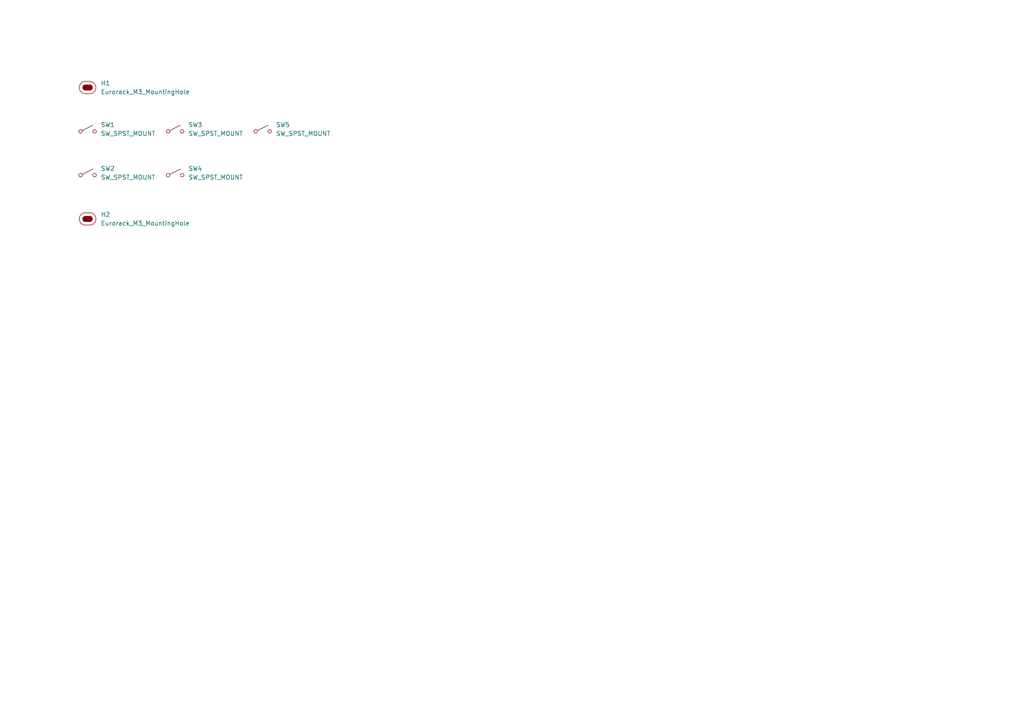
<source format=kicad_sch>
(kicad_sch (version 20250114) (generator "eeschema") (generator_version "9.0")
  (paper "A4")
  (lib_symbols
    (symbol "EXC:Eurorack_M3_MountingHole" (pin_names (offset 1.016))
      (property "Reference" "H" (at 0 5.08 0))
      (property "Value" "Eurorack_M3_MountingHole" (at 0 3.175 0))
      (symbol "Eurorack_M3_MountingHole_0_1"
        (polyline (pts (xy -0.635 0.762) (xy 0.635 0.762)))
        (circle (center -0.635 0) (radius 0.762) (fill (type outline)))
        (arc (start -0.635 -0.762) (mid -1.397 0) (end -0.635 0.762))
        (arc (start -0.635 -1.778) (mid -2.413 0) (end -0.635 1.778))
        (polyline (pts (xy -0.635 -0.762) (xy 0.635 -0.762)))
        (polyline (pts (xy -0.635 -1.778) (xy 0.635 -1.778)))
        (circle (center 0 0) (radius 0.762) (fill (type outline)))
        (polyline (pts (xy 0.635 1.778) (xy -0.635 1.778)))
        (arc (start 0.6141 1.778) (mid 2.4131 0) (end 0.6141 -1.778))
        (arc (start 0.6227 0.762) (mid 1.3971 0) (end 0.6227 -0.762))
        (circle (center 0.635 0) (radius 0.762) (fill (type outline)))
      )
    )
    (symbol "EXC:SW_SPST-Cherry_Panel_Mount" (pin_names (offset 0) (hide yes))
      (property "Reference" "SW" (at 0 3.175 0))
      (property "Value" "SW_SPST_MOUNT" (at 0 -2.032 0))
      (symbol "SW_SPST-Cherry_Panel_Mount_0_0"
        (circle (center -2.032 0) (radius 0.508))
        (polyline (pts (xy -1.524 0.254) (xy 1.524 1.778)))
        (circle (center 2.032 0) (radius 0.508))
      )
    )
  )
  (symbol (lib_id "EXC:Eurorack_M3_MountingHole") (at 25.4 63.5 0) (unit 1)
    (property "Reference" "H2" (at 29.21 62.2299 0) (effects (justify left)))
    (property "Value" "Eurorack_M3_MountingHole" (at 29.21 64.7699 0) (effects (justify left)))
    (property "Footprint" "EXC:MountingHole_3.2mm_M3" (effects (hide yes)))
    (property "Description" "Mounting Hole without connection" (effects (hide yes)))
  )
  (symbol (lib_id "EXC:SW_SPST-Cherry_Panel_Mount") (at 50.8 50.8 0) (unit 1)
    (property "Reference" "SW4" (at 54.61 48.8949 0) (effects (justify left)))
    (property "Value" "SW_SPST_MOUNT" (at 54.61 51.4349 0) (effects (justify left)))
    (property "Footprint" "EXC:SW_Cherry_MX_1.00u_Mount" (effects (hide yes)))
    (property "Datasheet" "https://hirosarts.com/blog/keycap-dimensions-guide-for-beginners/" (effects (hide yes)))
    (property "Description" "Single Pole Single Throw (SPST) panel-mount switch" (effects (hide yes)))
    (property "Source" "https://www.adafruit.com/product/4954" (effects (hide yes)))
  )
  (symbol (lib_id "EXC:SW_SPST-Cherry_Panel_Mount") (at 50.8 38.1 0) (unit 1)
    (property "Reference" "SW3" (at 54.61 36.1949 0) (effects (justify left)))
    (property "Value" "SW_SPST_MOUNT" (at 54.61 38.7349 0) (effects (justify left)))
    (property "Footprint" "EXC:SW_Cherry_MX_1.00u_Mount" (effects (hide yes)))
    (property "Datasheet" "https://hirosarts.com/blog/keycap-dimensions-guide-for-beginners/" (effects (hide yes)))
    (property "Description" "Single Pole Single Throw (SPST) panel-mount switch" (effects (hide yes)))
    (property "Source" "https://www.adafruit.com/product/4954" (effects (hide yes)))
  )
  (symbol (lib_id "EXC:SW_SPST-Cherry_Panel_Mount") (at 76.2 38.1 0) (unit 1)
    (property "Reference" "SW5" (at 80.01 36.1949 0) (effects (justify left)))
    (property "Value" "SW_SPST_MOUNT" (at 80.01 38.7349 0) (effects (justify left)))
    (property "Footprint" "EXC:SW_Cherry_MX_1.00u_Mount" (effects (hide yes)))
    (property "Datasheet" "https://hirosarts.com/blog/keycap-dimensions-guide-for-beginners/" (effects (hide yes)))
    (property "Description" "Single Pole Single Throw (SPST) panel-mount switch" (effects (hide yes)))
    (property "Source" "https://www.adafruit.com/product/4954" (effects (hide yes)))
  )
  (symbol (lib_id "EXC:SW_SPST-Cherry_Panel_Mount") (at 25.4 50.8 0) (unit 1)
    (property "Reference" "SW2" (at 29.21 48.8949 0) (effects (justify left)))
    (property "Value" "SW_SPST_MOUNT" (at 29.21 51.4349 0) (effects (justify left)))
    (property "Footprint" "EXC:SW_Cherry_MX_1.00u_Mount" (effects (hide yes)))
    (property "Datasheet" "https://hirosarts.com/blog/keycap-dimensions-guide-for-beginners/" (effects (hide yes)))
    (property "Description" "Single Pole Single Throw (SPST) panel-mount switch" (effects (hide yes)))
    (property "Source" "https://www.adafruit.com/product/4954" (effects (hide yes)))
  )
  (symbol (lib_id "EXC:SW_SPST-Cherry_Panel_Mount") (at 25.4 38.1 0) (unit 1)
    (property "Reference" "SW1" (at 29.21 36.1949 0) (effects (justify left)))
    (property "Value" "SW_SPST_MOUNT" (at 29.21 38.7349 0) (effects (justify left)))
    (property "Footprint" "EXC:SW_Cherry_MX_1.00u_Mount" (effects (hide yes)))
    (property "Datasheet" "https://hirosarts.com/blog/keycap-dimensions-guide-for-beginners/" (effects (hide yes)))
    (property "Description" "Single Pole Single Throw (SPST) panel-mount switch" (effects (hide yes)))
    (property "Source" "https://www.adafruit.com/product/4954" (effects (hide yes)))
  )
  (symbol (lib_id "EXC:Eurorack_M3_MountingHole") (at 25.4 25.4 0) (unit 1)
    (property "Reference" "H1" (at 29.21 24.1299 0) (effects (justify left)))
    (property "Value" "Eurorack_M3_MountingHole" (at 29.21 26.6699 0) (effects (justify left)))
    (property "Footprint" "EXC:MountingHole_3.2mm_M3" (effects (hide yes)))
    (property "Description" "Mounting Hole without connection" (effects (hide yes)))
  )
)
</source>
